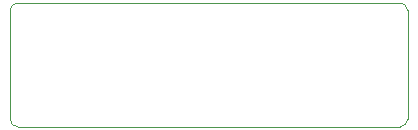
<source format=gbr>
%TF.GenerationSoftware,Altium Limited,Altium Designer,22.5.1 (42)*%
G04 Layer_Color=0*
%FSLAX45Y45*%
%MOMM*%
%TF.SameCoordinates,F888E7AA-4E72-4095-8AF7-FBE96A0088CA*%
%TF.FilePolarity,Positive*%
%TF.FileFunction,Profile,NP*%
%TF.Part,Single*%
G01*
G75*
%TA.AperFunction,Profile*%
%ADD27C,0.02540*%
D27*
X-1619250Y-762000D02*
G02*
X-1682750Y-698500I0J63500D01*
G01*
Y222250D01*
D02*
G02*
X-1619250Y285750I63500J0D01*
G01*
X1619250D01*
D02*
G02*
X1682750Y222250I0J-63500D01*
G01*
Y-698500D01*
D02*
G02*
X1619250Y-762000I-63500J0D01*
G01*
X-1619250D01*
%TF.MD5,424aab703658cb32e3a936cc85bc646b*%
M02*

</source>
